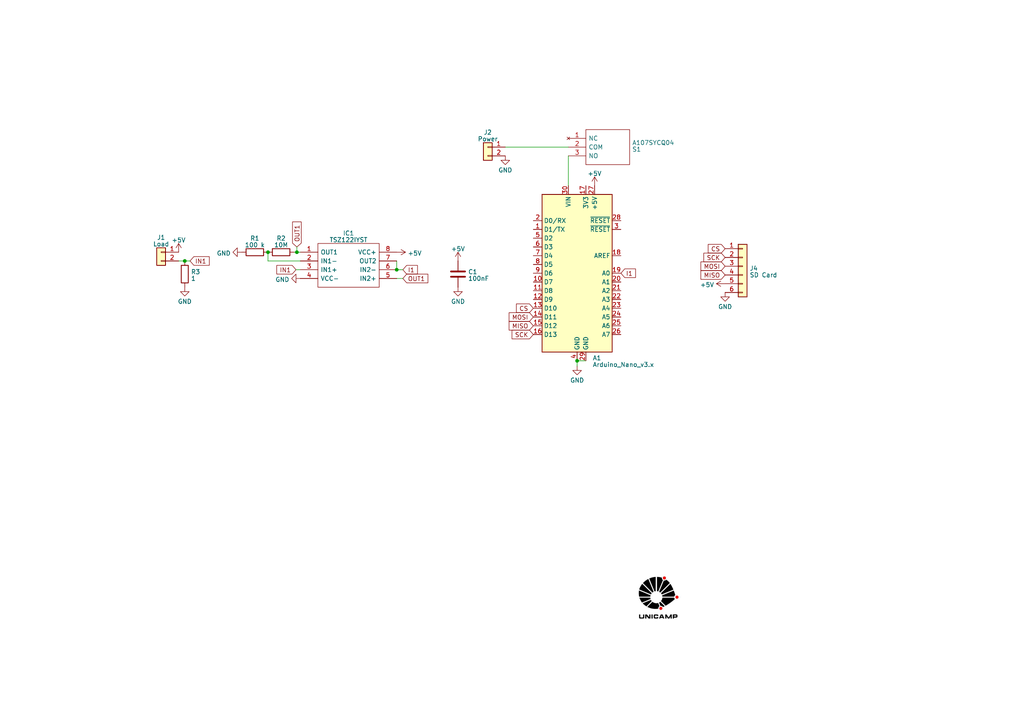
<source format=kicad_sch>
(kicad_sch (version 20230121) (generator eeschema)
  (paper "A4")
  (lib_symbols
    (symbol "Connector_Generic:Conn_01x02" (pin_names (offset 1.016) hide)
      (property "Reference" "J" (at 0 2.54 0))
      (property "Value" "Conn_01x02" (at 0 -5.08 0))
      (symbol "Conn_01x02_1_1"
        (rectangle (start -1.27 -2.413) (end 0 -2.667) (stroke (width 0.1524)))
        (rectangle (start -1.27 0.127) (end 0 -0.127) (stroke (width 0.1524)))
        (rectangle (start -1.27 1.27) (end 1.27 -3.81) (stroke (width 0.254)) (fill (type background)))
        (pin passive line (at -5.08 0 0) (length 3.81) (name "Pin_1") (number "1"))
        (pin passive line (at -5.08 -2.54 0) (length 3.81) (name "Pin_2") (number "2"))
      )
    )
    (symbol "Connector_Generic:Conn_01x06" (pin_names (offset 1.016) hide)
      (property "Reference" "J" (at 0 7.62 0))
      (property "Value" "Conn_01x06" (at 0 -10.16 0))
      (symbol "Conn_01x06_1_1"
        (rectangle (start -1.27 -7.493) (end 0 -7.747) (stroke (width 0.1524)))
        (rectangle (start -1.27 -4.953) (end 0 -5.207) (stroke (width 0.1524)))
        (rectangle (start -1.27 -2.413) (end 0 -2.667) (stroke (width 0.1524)))
        (rectangle (start -1.27 0.127) (end 0 -0.127) (stroke (width 0.1524)))
        (rectangle (start -1.27 2.667) (end 0 2.413) (stroke (width 0.1524)))
        (rectangle (start -1.27 5.207) (end 0 4.953) (stroke (width 0.1524)))
        (rectangle (start -1.27 6.35) (end 1.27 -8.89) (stroke (width 0.254)) (fill (type background)))
        (pin passive line (at -5.08 5.08 0) (length 3.81) (name "Pin_1") (number "1"))
        (pin passive line (at -5.08 2.54 0) (length 3.81) (name "Pin_2") (number "2"))
        (pin passive line (at -5.08 0 0) (length 3.81) (name "Pin_3") (number "3"))
        (pin passive line (at -5.08 -2.54 0) (length 3.81) (name "Pin_4") (number "4"))
        (pin passive line (at -5.08 -5.08 0) (length 3.81) (name "Pin_5") (number "5"))
        (pin passive line (at -5.08 -7.62 0) (length 3.81) (name "Pin_6") (number "6"))
      )
    )
    (symbol "Device:C" (pin_numbers hide) (pin_names (offset 0.254))
      (property "Reference" "C" (at 0.635 2.54 0))
      (property "Value" "C" (at 0.635 -2.54 0))
      (symbol "C_0_1"
        (polyline (pts (xy -2.032 -0.762) (xy 2.032 -0.762)) (stroke (width 0.508)))
        (polyline (pts (xy -2.032 0.762) (xy 2.032 0.762)) (stroke (width 0.508)))
      )
      (symbol "C_1_1"
        (pin passive line (at 0 3.81 270) (length 2.794) (name "~") (number "1"))
        (pin passive line (at 0 -3.81 90) (length 2.794) (name "~") (number "2"))
      )
    )
    (symbol "Device:R" (pin_numbers hide) (pin_names (offset 0))
      (property "Reference" "R" (at 2.032 0 90))
      (property "Value" "R" (at 0 0 90))
      (symbol "R_0_1"
        (rectangle (start -1.016 -2.54) (end 1.016 2.54) (stroke (width 0.254)))
      )
      (symbol "R_1_1"
        (pin passive line (at 0 3.81 270) (length 1.27) (name "~") (number "1"))
        (pin passive line (at 0 -3.81 90) (length 1.27) (name "~") (number "2"))
      )
    )
    (symbol "MCU_Module:Arduino_Nano_v3.x"
      (property "Reference" "A" (at -10.16 23.495 0))
      (property "Value" "Arduino_Nano_v3.x" (at 5.08 -24.13 0))
      (symbol "Arduino_Nano_v3.x_0_1"
        (rectangle (start -10.16 22.86) (end 10.16 -22.86) (stroke (width 0.254)) (fill (type background)))
      )
      (symbol "Arduino_Nano_v3.x_1_1"
        (pin bidirectional line (at -12.7 12.7 0) (length 2.54) (name "D1/TX") (number "1"))
        (pin bidirectional line (at -12.7 -2.54 0) (length 2.54) (name "D7") (number "10"))
        (pin bidirectional line (at -12.7 -5.08 0) (length 2.54) (name "D8") (number "11"))
        (pin bidirectional line (at -12.7 -7.62 0) (length 2.54) (name "D9") (number "12"))
        (pin bidirectional line (at -12.7 -10.16 0) (length 2.54) (name "D10") (number "13"))
        (pin bidirectional line (at -12.7 -12.7 0) (length 2.54) (name "D11") (number "14"))
        (pin bidirectional line (at -12.7 -15.24 0) (length 2.54) (name "D12") (number "15"))
        (pin bidirectional line (at -12.7 -17.78 0) (length 2.54) (name "D13") (number "16"))
        (pin power_out line (at 2.54 25.4 270) (length 2.54) (name "3V3") (number "17"))
        (pin input line (at 12.7 5.08 180) (length 2.54) (name "AREF") (number "18"))
        (pin bidirectional line (at 12.7 0 180) (length 2.54) (name "A0") (number "19"))
        (pin bidirectional line (at -12.7 15.24 0) (length 2.54) (name "D0/RX") (number "2"))
        (pin bidirectional line (at 12.7 -2.54 180) (length 2.54) (name "A1") (number "20"))
        (pin bidirectional line (at 12.7 -5.08 180) (length 2.54) (name "A2") (number "21"))
        (pin bidirectional line (at 12.7 -7.62 180) (length 2.54) (name "A3") (number "22"))
        (pin bidirectional line (at 12.7 -10.16 180) (length 2.54) (name "A4") (number "23"))
        (pin bidirectional line (at 12.7 -12.7 180) (length 2.54) (name "A5") (number "24"))
        (pin bidirectional line (at 12.7 -15.24 180) (length 2.54) (name "A6") (number "25"))
        (pin bidirectional line (at 12.7 -17.78 180) (length 2.54) (name "A7") (number "26"))
        (pin power_out line (at 5.08 25.4 270) (length 2.54) (name "+5V") (number "27"))
        (pin input line (at 12.7 15.24 180) (length 2.54) (name "~{RESET}") (number "28"))
        (pin power_in line (at 2.54 -25.4 90) (length 2.54) (name "GND") (number "29"))
        (pin input line (at 12.7 12.7 180) (length 2.54) (name "~{RESET}") (number "3"))
        (pin power_in line (at -2.54 25.4 270) (length 2.54) (name "VIN") (number "30"))
        (pin power_in line (at 0 -25.4 90) (length 2.54) (name "GND") (number "4"))
        (pin bidirectional line (at -12.7 10.16 0) (length 2.54) (name "D2") (number "5"))
        (pin bidirectional line (at -12.7 7.62 0) (length 2.54) (name "D3") (number "6"))
        (pin bidirectional line (at -12.7 5.08 0) (length 2.54) (name "D4") (number "7"))
        (pin bidirectional line (at -12.7 2.54 0) (length 2.54) (name "D5") (number "8"))
        (pin bidirectional line (at -12.7 0 0) (length 2.54) (name "D6") (number "9"))
      )
    )
    (symbol "SamacSys:A107SYCQ04" (pin_names (offset 0.762))
      (property "Reference" "S" (at 19.05 7.62 0))
      (property "Value" "A107SYCQ04" (at 19.05 5.08 0))
      (symbol "A107SYCQ04_0_0"
        (pin no_connect line (at 0 -5.08 0) (length 5.08) (name "NC") (number "1"))
        (pin passive line (at 0 -2.54 0) (length 5.08) (name "COM") (number "2"))
        (pin passive line (at 0 0 0) (length 5.08) (name "NO") (number "3"))
      )
      (symbol "A107SYCQ04_0_1"
        (polyline (pts (xy 5.08 2.54) (xy 17.78 2.54) (xy 17.78 -7.62) (xy 5.08 -7.62) (xy 5.08 2.54)) (stroke (width 0.1524)))
      )
    )
    (symbol "SamacSys:TSZ122IYST" (pin_names (offset 0.762))
      (property "Reference" "IC" (at 24.13 7.62 0))
      (property "Value" "TSZ122IYST" (at 24.13 5.08 0))
      (symbol "TSZ122IYST_0_0"
        (pin passive line (at 0 0 0) (length 5.08) (name "OUT1") (number "1"))
        (pin passive line (at 0 -2.54 0) (length 5.08) (name "IN1-") (number "2"))
        (pin passive line (at 0 -5.08 0) (length 5.08) (name "IN1+") (number "3"))
        (pin passive line (at 0 -7.62 0) (length 5.08) (name "VCC-") (number "4"))
        (pin passive line (at 27.94 -7.62 180) (length 5.08) (name "IN2+") (number "5"))
        (pin passive line (at 27.94 -5.08 180) (length 5.08) (name "IN2-") (number "6"))
        (pin passive line (at 27.94 -2.54 180) (length 5.08) (name "OUT2") (number "7"))
        (pin passive line (at 27.94 0 180) (length 5.08) (name "VCC+") (number "8"))
      )
      (symbol "TSZ122IYST_0_1"
        (polyline (pts (xy 5.08 2.54) (xy 22.86 2.54) (xy 22.86 -10.16) (xy 5.08 -10.16) (xy 5.08 2.54)) (stroke (width 0.1524)))
      )
    )
    (symbol "power:+5V" (power) (pin_names (offset 0))
      (property "Value" "+5V" (at 0 3.556 0))
      (symbol "+5V_0_1"
        (polyline (pts (xy -0.762 1.27) (xy 0 2.54)))
        (polyline (pts (xy 0 0) (xy 0 2.54)))
        (polyline (pts (xy 0 2.54) (xy 0.762 1.27)))
      )
      (symbol "+5V_1_1"
        (pin power_in line (at 0 0 90) (length 0) hide (name "+5V") (number "1"))
      )
    )
    (symbol "power:GND" (power) (pin_names (offset 0))
      (property "Value" "GND" (at 0 -3.81 0))
      (symbol "GND_0_1"
        (polyline (pts (xy 0 0) (xy 0 -1.27) (xy 1.27 -1.27) (xy 0 -2.54) (xy -1.27 -1.27) (xy 0 -1.27)))
      )
      (symbol "GND_1_1"
        (pin power_in line (at 0 0 270) (length 0) hide (name "GND") (number "1"))
      )
    )
  )
  (junction (at 86.106 73.152))
  (junction (at 77.724 73.152))
  (junction (at 53.594 75.692))
  (junction (at 167.386 104.648))
  (junction (at 115.062 78.232))
  (wire (pts (xy 115.062 80.772) (xy 116.84 80.772)))
  (wire (pts (xy 115.062 78.232) (xy 116.84 78.232)))
  (wire (pts (xy 167.386 104.648) (xy 169.926 104.648)))
  (wire (pts (xy 146.558 42.672) (xy 164.846 42.672)))
  (wire (pts (xy 86.106 71.628) (xy 86.106 73.152)))
  (wire (pts (xy 55.118 75.692) (xy 53.594 75.692)))
  (wire (pts (xy 164.846 45.212) (xy 164.846 53.848)))
  (wire (pts (xy 51.816 75.692) (xy 53.594 75.692)))
  (wire (pts (xy 86.106 73.152) (xy 87.122 73.152)))
  (wire (pts (xy 87.122 75.692) (xy 77.724 75.692)))
  (wire (pts (xy 115.062 75.692) (xy 115.062 78.232)))
  (wire (pts (xy 85.344 73.152) (xy 86.106 73.152)))
  (wire (pts (xy 77.724 75.692) (xy 77.724 73.152)))
  (wire (pts (xy 85.852 78.232) (xy 87.122 78.232)))
  (wire (pts (xy 167.386 104.648) (xy 167.386 106.172)))
  (image (at 190.754 173.482) (scale 0.629171))
  (global_label "OUT1" (shape input) (at 86.106 71.628 90) (property "Intersheetrefs" "${INTERSHEET_REFS}" (effects hide)))
  (global_label "IN1" (shape input) (at 85.852 78.232 180) (property "Intersheetrefs" "${INTERSHEET_REFS}" (effects hide)))
  (global_label "MOSI" (shape input) (at 210.312 77.216 180) (property "Intersheetrefs" "${INTERSHEET_REFS}" (effects hide)))
  (global_label "CS" (shape input) (at 154.686 89.408 180) (property "Intersheetrefs" "${INTERSHEET_REFS}" (effects hide)))
  (global_label "OUT1" (shape input) (at 116.84 80.772 0) (property "Intersheetrefs" "${INTERSHEET_REFS}" (effects hide)))
  (global_label "I1" (shape input) (at 116.84 78.232 0) (property "Intersheetrefs" "${INTERSHEET_REFS}" (effects hide)))
  (global_label "MISO" (shape input) (at 154.686 94.488 180) (property "Intersheetrefs" "${INTERSHEET_REFS}" (effects hide)))
  (global_label "IN1" (shape input) (at 55.118 75.692 0) (property "Intersheetrefs" "${INTERSHEET_REFS}" (effects hide)))
  (global_label "CS" (shape input) (at 210.312 72.136 180) (property "Intersheetrefs" "${INTERSHEET_REFS}" (effects hide)))
  (global_label "SCK" (shape input) (at 210.312 74.676 180) (property "Intersheetrefs" "${INTERSHEET_REFS}" (effects hide)))
  (global_label "SCK" (shape input) (at 154.686 97.028 180) (property "Intersheetrefs" "${INTERSHEET_REFS}" (effects hide)))
  (global_label "I1" (shape input) (at 180.086 79.248 0) (property "Intersheetrefs" "${INTERSHEET_REFS}" (effects hide)))
  (global_label "MISO" (shape input) (at 210.312 79.756 180) (property "Intersheetrefs" "${INTERSHEET_REFS}" (effects hide)))
  (global_label "MOSI" (shape input) (at 154.686 91.948 180) (property "Intersheetrefs" "${INTERSHEET_REFS}" (effects hide)))
  (symbol (lib_id "power:+5V") (at 132.842 75.692 0) (unit 1)
    (property "Reference" "#PWR04" (effects hide))
    (property "Value" "+5V" (at 132.842 72.1901 0))
  )
  (symbol (lib_id "power:GND") (at 87.122 80.772 270) (unit 1)
    (property "Reference" "#PWR05" (effects hide))
    (property "Value" "GND" (at 83.9471 81.0888 90) (effects (justify right)))
  )
  (symbol (lib_id "power:+5V") (at 210.312 82.296 90) (unit 1)
    (property "Reference" "#PWR012" (effects hide))
    (property "Value" "+5V" (at 207.1371 82.6128 90) (effects (justify left)))
  )
  (symbol (lib_id "power:GND") (at 132.842 83.312 0) (unit 1)
    (property "Reference" "#PWR07" (effects hide))
    (property "Value" "GND" (at 132.842 87.4475 0))
  )
  (symbol (lib_id "Connector_Generic:Conn_01x06") (at 215.392 77.216 0) (unit 1)
    (property "Reference" "J4" (at 217.424 77.8423 0) (effects (justify left)))
    (property "Value" "SD Card" (at 217.424 79.7633 0) (effects (justify left)))
    (property "Footprint" "Connector_PinHeader_2.54mm:PinHeader_1x06_P2.54mm_Vertical" (effects hide))
  )
  (symbol (lib_id "MCU_Module:Arduino_Nano_v3.x") (at 167.386 79.248 0) (unit 1)
    (property "Reference" "A1" (at 171.8819 103.8305 0) (effects (justify left)))
    (property "Value" "Arduino_Nano_v3.x" (at 171.8819 105.7515 0) (effects (justify left)))
    (property "Footprint" "Module:Arduino_Nano" (effects hide))
    (property "Datasheet" "http://www.mouser.com/pdfdocs/Gravitech_Arduino_Nano3_0.pdf" (effects hide))
  )
  (symbol (lib_id "power:GND") (at 70.104 73.152 270) (unit 1)
    (property "Reference" "#PWR02" (effects hide))
    (property "Value" "GND" (at 66.9291 73.4688 90) (effects (justify right)))
  )
  (symbol (lib_id "Device:R") (at 81.534 73.152 270) (unit 1)
    (property "Reference" "R2" (at 81.534 69.1261 90))
    (property "Value" "10M" (at 81.534 71.0471 90))
    (property "Footprint" "Resistor_SMD:R_0805_2012Metric" (effects hide))
  )
  (symbol (lib_id "SamacSys:TSZ122IYST") (at 87.122 73.152 0) (unit 1)
    (property "Reference" "IC1" (at 101.092 67.6529 0))
    (property "Value" "TSZ122IYST" (at 101.092 69.5739 0))
    (property "Footprint" "SOP65P490X110-8N" (effects hide))
    (property "Datasheet" "https://www.st.com/resource/en/datasheet/tsz121.pdf" (effects hide))
    (property "Description" "Very high accuracy (5 uV) zero drift 5 V CMOS Op-Amps, dual, GBP=400kHz" (effects hide))
    (property "Height" "1.1" (effects hide))
    (property "Manufacturer_Name" "STMicroelectronics" (effects hide))
    (property "Manufacturer_Part_Number" "TSZ122IYST" (effects hide))
    (property "Mouser Part Number" "511-TSZ122IYST" (effects hide))
    (property "Mouser Price/Stock" "https://www.mouser.co.uk/ProductDetail/STMicroelectronics/TSZ122IYST?qs=4ccVDqXDOrkj2VqpAIlthA%3D%3D" (effects hide))
    (property "Arrow Part Number" "TSZ122IYST" (effects hide))
    (property "Arrow Price/Stock" "https://www.arrow.com/en/products/tsz122iyst/stmicroelectronics?region=nac" (effects hide))
  )
  (symbol (lib_id "power:GND") (at 146.558 45.212 0) (mirror y) (unit 1)
    (property "Reference" "#PWR010" (effects hide))
    (property "Value" "GND" (at 146.558 49.3475 0))
  )
  (symbol (lib_id "power:GND") (at 210.312 84.836 0) (mirror y) (unit 1)
    (property "Reference" "#PWR011" (effects hide))
    (property "Value" "GND" (at 210.312 88.9715 0))
  )
  (symbol (lib_id "Connector_Generic:Conn_01x02") (at 141.478 42.672 0) (mirror y) (unit 1)
    (property "Reference" "J2" (at 141.478 38.3921 0))
    (property "Value" "Power" (at 141.478 40.3131 0))
    (property "Footprint" "Connector_PinHeader_2.54mm:PinHeader_1x02_P2.54mm_Vertical" (effects hide))
  )
  (symbol (lib_id "power:GND") (at 53.594 83.312 0) (unit 1)
    (property "Reference" "#PWR06" (effects hide))
    (property "Value" "GND" (at 53.594 87.4475 0))
  )
  (symbol (lib_id "power:+5V") (at 51.816 73.152 0) (unit 1)
    (property "Reference" "#PWR01" (effects hide))
    (property "Value" "+5V" (at 51.816 69.6501 0))
  )
  (symbol (lib_id "power:+5V") (at 115.062 73.152 270) (unit 1)
    (property "Reference" "#PWR03" (effects hide))
    (property "Value" "+5V" (at 118.237 73.4688 90) (effects (justify left)))
  )
  (symbol (lib_id "Device:R") (at 53.594 79.502 0) (unit 1)
    (property "Reference" "R3" (at 55.372 78.8583 0) (effects (justify left)))
    (property "Value" "1" (at 55.372 80.7793 0) (effects (justify left)))
    (property "Footprint" "Resistor_SMD:R_0805_2012Metric" (effects hide))
  )
  (symbol (lib_id "power:+5V") (at 172.466 53.848 0) (unit 1)
    (property "Reference" "#PWR08" (effects hide))
    (property "Value" "+5V" (at 172.466 50.3461 0))
  )
  (symbol (lib_id "power:GND") (at 167.386 106.172 0) (mirror y) (unit 1)
    (property "Reference" "#PWR09" (effects hide))
    (property "Value" "GND" (at 167.386 110.3075 0))
  )
  (symbol (lib_id "SamacSys:A107SYCQ04") (at 164.846 45.212 0) (mirror x) (unit 1)
    (property "Reference" "S1" (at 183.3372 43.3157 0) (effects (justify left)))
    (property "Value" "A107SYCQ04" (at 183.3372 41.3947 0) (effects (justify left)))
    (property "Footprint" "A107SYCQ04" (effects hide))
    (property "Datasheet" "https://www.te.com/commerce/DocumentDelivery/DDEController?Action=showdoc&DocId=Customer+Drawing%7F1825137%7FA8%7Fpdf%7FEnglish%7FENG_CD_1825137_A8.pdf%7F5-1825137-1" (effects hide))
    (property "Description" "Toggle Switches SP ON-OFF-(ON) BAT PC TOGGLE SWITCH" (effects hide))
    (property "Height" "28.194" (effects hide))
    (property "Manufacturer_Name" "TE Connectivity" (effects hide))
    (property "Manufacturer_Part_Number" "A107SYCQ04" (effects hide))
    (property "Mouser Part Number" "506-5-1825137-1" (effects hide))
    (property "Mouser Price/Stock" "https://www.mouser.co.uk/ProductDetail/TE-Connectivity-AMP/A107SYCQ04?qs=9WkjXeXHXGz78jldEjGFKg%3D%3D" (effects hide))
  )
  (symbol (lib_id "Device:C") (at 132.842 79.502 0) (unit 1)
    (property "Reference" "C1" (at 135.763 78.8583 0) (effects (justify left)))
    (property "Value" "100nF" (at 135.763 80.7793 0) (effects (justify left)))
    (property "Footprint" "Capacitor_SMD:C_0805_2012Metric" (effects hide))
  )
  (symbol (lib_id "Connector_Generic:Conn_01x02") (at 46.736 73.152 0) (mirror y) (unit 1)
    (property "Reference" "J1" (at 46.736 68.8721 0))
    (property "Value" "Load" (at 46.736 70.7931 0))
    (property "Footprint" "Connector_PinHeader_2.54mm:PinHeader_1x02_P2.54mm_Vertical" (effects hide))
  )
  (symbol (lib_id "Device:R") (at 73.914 73.152 270) (unit 1)
    (property "Reference" "R1" (at 73.914 69.1261 90))
    (property "Value" "100 k" (at 73.914 71.0471 90))
    (property "Footprint" "Resistor_SMD:R_0805_2012Metric" (effects hide))
  )
)
</source>
